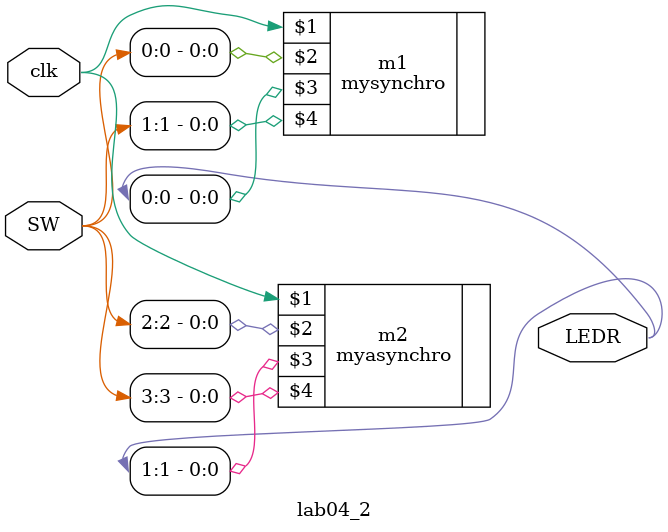
<source format=v>
module lab04_2(
	input clk,
	input [3:0] SW,
	output [1:0] LEDR
);
mysynchro m1(clk,SW[0],LEDR[0],SW[1]);
myasynchro m2(clk,SW[2],LEDR[1],SW[3]);
endmodule

</source>
